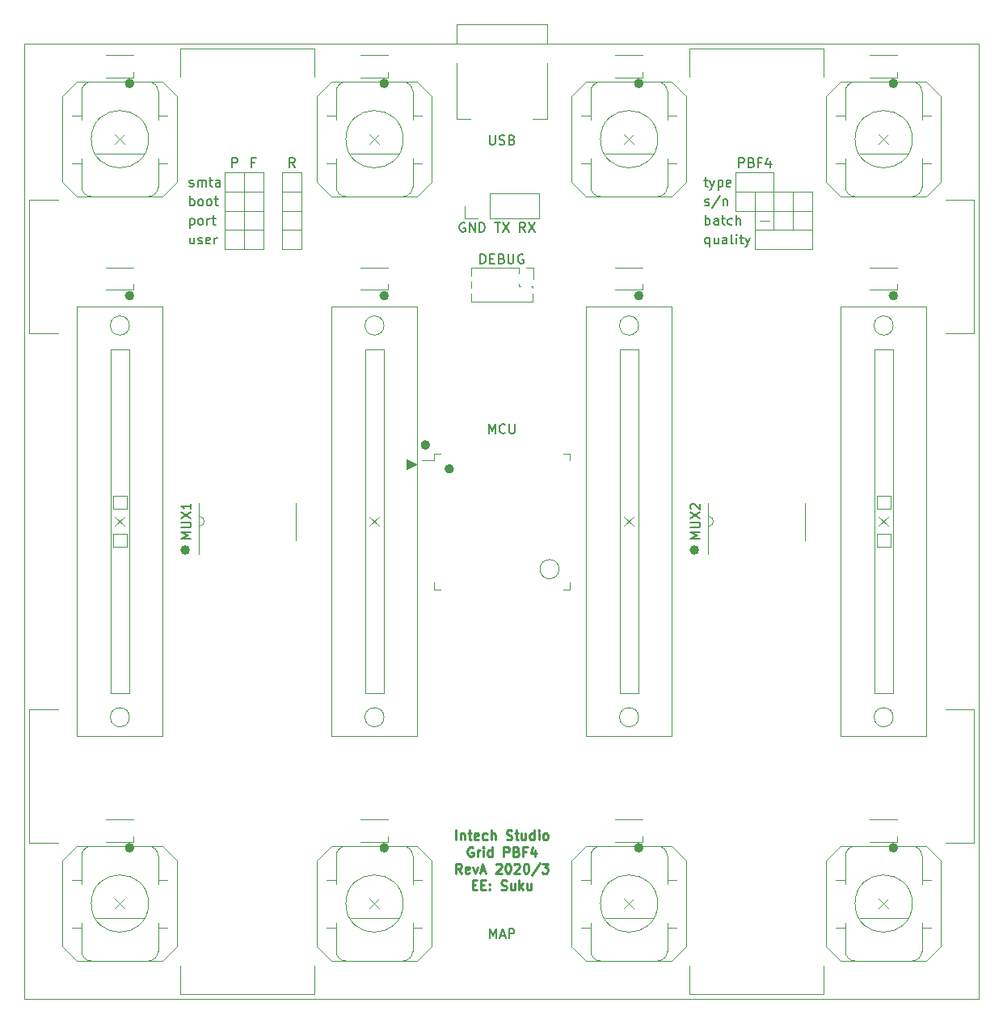
<source format=gbr>
G04 #@! TF.GenerationSoftware,KiCad,Pcbnew,(5.1.5)-3*
G04 #@! TF.CreationDate,2020-04-06T16:28:19+02:00*
G04 #@! TF.ProjectId,PBF4,50424634-2e6b-4696-9361-645f70636258,rev?*
G04 #@! TF.SameCoordinates,Original*
G04 #@! TF.FileFunction,Legend,Top*
G04 #@! TF.FilePolarity,Positive*
%FSLAX46Y46*%
G04 Gerber Fmt 4.6, Leading zero omitted, Abs format (unit mm)*
G04 Created by KiCad (PCBNEW (5.1.5)-3) date 2020-04-06 16:28:19*
%MOMM*%
%LPD*%
G04 APERTURE LIST*
%ADD10C,0.120000*%
%ADD11C,0.150000*%
%ADD12C,0.250000*%
%ADD13C,0.500000*%
%ADD14C,0.100000*%
G04 APERTURE END LIST*
D10*
X77000000Y-71500000D02*
X79000000Y-71500000D01*
X79000000Y-69500000D02*
X77000000Y-69500000D01*
X77000000Y-69500000D02*
X77000000Y-71500000D01*
X79000000Y-71500000D02*
X79000000Y-69500000D01*
X77000000Y-69500000D02*
X79000000Y-69500000D01*
X79000000Y-67500000D02*
X77000000Y-67500000D01*
X77000000Y-67500000D02*
X77000000Y-69500000D01*
X79000000Y-69500000D02*
X79000000Y-67500000D01*
X77000000Y-67500000D02*
X79000000Y-67500000D01*
X79000000Y-65500000D02*
X77000000Y-65500000D01*
X77000000Y-65500000D02*
X77000000Y-67500000D01*
X79000000Y-67500000D02*
X79000000Y-65500000D01*
X126500000Y-71500000D02*
X126500000Y-69500000D01*
X126500000Y-69500000D02*
X130500000Y-69500000D01*
X132500000Y-69500000D02*
X132500000Y-71500000D01*
X128500000Y-71500000D02*
X126500000Y-71500000D01*
X132500000Y-71500000D02*
X128500000Y-71500000D01*
X130500000Y-71500000D02*
X128500000Y-71500000D01*
X128500000Y-71500000D02*
X126500000Y-71500000D01*
D11*
X121764166Y-70285714D02*
X121764166Y-71285714D01*
X121764166Y-70904761D02*
X121668928Y-70952380D01*
X121478452Y-70952380D01*
X121383214Y-70904761D01*
X121335595Y-70857142D01*
X121287976Y-70761904D01*
X121287976Y-70476190D01*
X121335595Y-70380952D01*
X121383214Y-70333333D01*
X121478452Y-70285714D01*
X121668928Y-70285714D01*
X121764166Y-70333333D01*
X122668928Y-70285714D02*
X122668928Y-70952380D01*
X122240357Y-70285714D02*
X122240357Y-70809523D01*
X122287976Y-70904761D01*
X122383214Y-70952380D01*
X122526071Y-70952380D01*
X122621309Y-70904761D01*
X122668928Y-70857142D01*
X123573690Y-70952380D02*
X123573690Y-70428571D01*
X123526071Y-70333333D01*
X123430833Y-70285714D01*
X123240357Y-70285714D01*
X123145119Y-70333333D01*
X123573690Y-70904761D02*
X123478452Y-70952380D01*
X123240357Y-70952380D01*
X123145119Y-70904761D01*
X123097500Y-70809523D01*
X123097500Y-70714285D01*
X123145119Y-70619047D01*
X123240357Y-70571428D01*
X123478452Y-70571428D01*
X123573690Y-70523809D01*
X124192738Y-70952380D02*
X124097500Y-70904761D01*
X124049880Y-70809523D01*
X124049880Y-69952380D01*
X124573690Y-70952380D02*
X124573690Y-70285714D01*
X124573690Y-69952380D02*
X124526071Y-70000000D01*
X124573690Y-70047619D01*
X124621309Y-70000000D01*
X124573690Y-69952380D01*
X124573690Y-70047619D01*
X124907023Y-70285714D02*
X125287976Y-70285714D01*
X125049880Y-69952380D02*
X125049880Y-70809523D01*
X125097500Y-70904761D01*
X125192738Y-70952380D01*
X125287976Y-70952380D01*
X125526071Y-70285714D02*
X125764166Y-70952380D01*
X126002261Y-70285714D02*
X125764166Y-70952380D01*
X125668928Y-71190476D01*
X125621309Y-71238095D01*
X125526071Y-71285714D01*
D10*
X126500000Y-65500000D02*
X124500000Y-65500000D01*
X128500000Y-65500000D02*
X126500000Y-65500000D01*
X126500000Y-67500000D02*
X126500000Y-65500000D01*
X124500000Y-67500000D02*
X126500000Y-67500000D01*
X124500000Y-65500000D02*
X124500000Y-67500000D01*
X126500000Y-65500000D02*
X126500000Y-67500000D01*
X130500000Y-67500000D02*
X130500000Y-69500000D01*
X126500000Y-67500000D02*
X128500000Y-67500000D01*
X128500000Y-67500000D02*
X128500000Y-65500000D01*
X130500000Y-65500000D02*
X128500000Y-65500000D01*
X128500000Y-65500000D02*
X128500000Y-67500000D01*
X128500000Y-67500000D02*
X130500000Y-67500000D01*
X130500000Y-67500000D02*
X130500000Y-65500000D01*
X130500000Y-67500000D02*
X128500000Y-67500000D01*
X126500000Y-67500000D02*
X124500000Y-67500000D01*
X130500000Y-69500000D02*
X132500000Y-69500000D01*
X132500000Y-69500000D02*
X132500000Y-67500000D01*
X128500000Y-67500000D02*
X126500000Y-67500000D01*
X132500000Y-69500000D02*
X130500000Y-69500000D01*
X132500000Y-67500000D02*
X132500000Y-69500000D01*
X132500000Y-65500000D02*
X130500000Y-65500000D01*
X130500000Y-67500000D02*
X130500000Y-65500000D01*
X132500000Y-67500000D02*
X130500000Y-67500000D01*
X132500000Y-67500000D02*
X132500000Y-65500000D01*
X130500000Y-65500000D02*
X130500000Y-67500000D01*
X130500000Y-65500000D02*
X132500000Y-65500000D01*
X130500000Y-67500000D02*
X132500000Y-67500000D01*
X126500000Y-67500000D02*
X126500000Y-69500000D01*
X126500000Y-69500000D02*
X128500000Y-69500000D01*
X130500000Y-67500000D02*
X130500000Y-69500000D01*
X130500000Y-69500000D02*
X128500000Y-69500000D01*
X128500000Y-69500000D02*
X128500000Y-67500000D01*
X128500000Y-67500000D02*
X128500000Y-69500000D01*
X128500000Y-69500000D02*
X126500000Y-69500000D01*
X127000000Y-68500000D02*
X128000000Y-68500000D01*
X130500000Y-69500000D02*
X130500000Y-67500000D01*
X128500000Y-67500000D02*
X128500000Y-69500000D01*
X128500000Y-69500000D02*
X130500000Y-69500000D01*
X128500000Y-65500000D02*
X126500000Y-65500000D01*
X126500000Y-65500000D02*
X124500000Y-65500000D01*
X128500000Y-63500000D02*
X128500000Y-65500000D01*
X124500000Y-63500000D02*
X128500000Y-63500000D01*
X124500000Y-65500000D02*
X124500000Y-63500000D01*
D11*
X121335595Y-68952380D02*
X121335595Y-67952380D01*
X121335595Y-68333333D02*
X121430833Y-68285714D01*
X121621309Y-68285714D01*
X121716547Y-68333333D01*
X121764166Y-68380952D01*
X121811785Y-68476190D01*
X121811785Y-68761904D01*
X121764166Y-68857142D01*
X121716547Y-68904761D01*
X121621309Y-68952380D01*
X121430833Y-68952380D01*
X121335595Y-68904761D01*
X122668928Y-68952380D02*
X122668928Y-68428571D01*
X122621309Y-68333333D01*
X122526071Y-68285714D01*
X122335595Y-68285714D01*
X122240357Y-68333333D01*
X122668928Y-68904761D02*
X122573690Y-68952380D01*
X122335595Y-68952380D01*
X122240357Y-68904761D01*
X122192738Y-68809523D01*
X122192738Y-68714285D01*
X122240357Y-68619047D01*
X122335595Y-68571428D01*
X122573690Y-68571428D01*
X122668928Y-68523809D01*
X123002261Y-68285714D02*
X123383214Y-68285714D01*
X123145119Y-67952380D02*
X123145119Y-68809523D01*
X123192738Y-68904761D01*
X123287976Y-68952380D01*
X123383214Y-68952380D01*
X124145119Y-68904761D02*
X124049880Y-68952380D01*
X123859404Y-68952380D01*
X123764166Y-68904761D01*
X123716547Y-68857142D01*
X123668928Y-68761904D01*
X123668928Y-68476190D01*
X123716547Y-68380952D01*
X123764166Y-68333333D01*
X123859404Y-68285714D01*
X124049880Y-68285714D01*
X124145119Y-68333333D01*
X124573690Y-68952380D02*
X124573690Y-67952380D01*
X125002261Y-68952380D02*
X125002261Y-68428571D01*
X124954642Y-68333333D01*
X124859404Y-68285714D01*
X124716547Y-68285714D01*
X124621309Y-68333333D01*
X124573690Y-68380952D01*
X124833333Y-62952380D02*
X124833333Y-61952380D01*
X125214285Y-61952380D01*
X125309523Y-62000000D01*
X125357142Y-62047619D01*
X125404761Y-62142857D01*
X125404761Y-62285714D01*
X125357142Y-62380952D01*
X125309523Y-62428571D01*
X125214285Y-62476190D01*
X124833333Y-62476190D01*
X126166666Y-62428571D02*
X126309523Y-62476190D01*
X126357142Y-62523809D01*
X126404761Y-62619047D01*
X126404761Y-62761904D01*
X126357142Y-62857142D01*
X126309523Y-62904761D01*
X126214285Y-62952380D01*
X125833333Y-62952380D01*
X125833333Y-61952380D01*
X126166666Y-61952380D01*
X126261904Y-62000000D01*
X126309523Y-62047619D01*
X126357142Y-62142857D01*
X126357142Y-62238095D01*
X126309523Y-62333333D01*
X126261904Y-62380952D01*
X126166666Y-62428571D01*
X125833333Y-62428571D01*
X127166666Y-62428571D02*
X126833333Y-62428571D01*
X126833333Y-62952380D02*
X126833333Y-61952380D01*
X127309523Y-61952380D01*
X128119047Y-62285714D02*
X128119047Y-62952380D01*
X127880952Y-61904761D02*
X127642857Y-62619047D01*
X128261904Y-62619047D01*
X121192738Y-64285714D02*
X121573690Y-64285714D01*
X121335595Y-63952380D02*
X121335595Y-64809523D01*
X121383214Y-64904761D01*
X121478452Y-64952380D01*
X121573690Y-64952380D01*
X121811785Y-64285714D02*
X122049880Y-64952380D01*
X122287976Y-64285714D02*
X122049880Y-64952380D01*
X121954642Y-65190476D01*
X121907023Y-65238095D01*
X121811785Y-65285714D01*
X122668928Y-64285714D02*
X122668928Y-65285714D01*
X122668928Y-64333333D02*
X122764166Y-64285714D01*
X122954642Y-64285714D01*
X123049880Y-64333333D01*
X123097500Y-64380952D01*
X123145119Y-64476190D01*
X123145119Y-64761904D01*
X123097500Y-64857142D01*
X123049880Y-64904761D01*
X122954642Y-64952380D01*
X122764166Y-64952380D01*
X122668928Y-64904761D01*
X123954642Y-64904761D02*
X123859404Y-64952380D01*
X123668928Y-64952380D01*
X123573690Y-64904761D01*
X123526071Y-64809523D01*
X123526071Y-64428571D01*
X123573690Y-64333333D01*
X123668928Y-64285714D01*
X123859404Y-64285714D01*
X123954642Y-64333333D01*
X124002261Y-64428571D01*
X124002261Y-64523809D01*
X123526071Y-64619047D01*
X121287976Y-66904761D02*
X121383214Y-66952380D01*
X121573690Y-66952380D01*
X121668928Y-66904761D01*
X121716547Y-66809523D01*
X121716547Y-66761904D01*
X121668928Y-66666666D01*
X121573690Y-66619047D01*
X121430833Y-66619047D01*
X121335595Y-66571428D01*
X121287976Y-66476190D01*
X121287976Y-66428571D01*
X121335595Y-66333333D01*
X121430833Y-66285714D01*
X121573690Y-66285714D01*
X121668928Y-66333333D01*
X122859404Y-65904761D02*
X122002261Y-67190476D01*
X123192738Y-66285714D02*
X123192738Y-66952380D01*
X123192738Y-66380952D02*
X123240357Y-66333333D01*
X123335595Y-66285714D01*
X123478452Y-66285714D01*
X123573690Y-66333333D01*
X123621309Y-66428571D01*
X123621309Y-66952380D01*
X67335595Y-66952380D02*
X67335595Y-65952380D01*
X67335595Y-66333333D02*
X67430833Y-66285714D01*
X67621309Y-66285714D01*
X67716547Y-66333333D01*
X67764166Y-66380952D01*
X67811785Y-66476190D01*
X67811785Y-66761904D01*
X67764166Y-66857142D01*
X67716547Y-66904761D01*
X67621309Y-66952380D01*
X67430833Y-66952380D01*
X67335595Y-66904761D01*
X68383214Y-66952380D02*
X68287976Y-66904761D01*
X68240357Y-66857142D01*
X68192738Y-66761904D01*
X68192738Y-66476190D01*
X68240357Y-66380952D01*
X68287976Y-66333333D01*
X68383214Y-66285714D01*
X68526071Y-66285714D01*
X68621309Y-66333333D01*
X68668928Y-66380952D01*
X68716547Y-66476190D01*
X68716547Y-66761904D01*
X68668928Y-66857142D01*
X68621309Y-66904761D01*
X68526071Y-66952380D01*
X68383214Y-66952380D01*
X69287976Y-66952380D02*
X69192738Y-66904761D01*
X69145119Y-66857142D01*
X69097500Y-66761904D01*
X69097500Y-66476190D01*
X69145119Y-66380952D01*
X69192738Y-66333333D01*
X69287976Y-66285714D01*
X69430833Y-66285714D01*
X69526071Y-66333333D01*
X69573690Y-66380952D01*
X69621309Y-66476190D01*
X69621309Y-66761904D01*
X69573690Y-66857142D01*
X69526071Y-66904761D01*
X69430833Y-66952380D01*
X69287976Y-66952380D01*
X69907023Y-66285714D02*
X70287976Y-66285714D01*
X70049880Y-65952380D02*
X70049880Y-66809523D01*
X70097500Y-66904761D01*
X70192738Y-66952380D01*
X70287976Y-66952380D01*
D10*
X71000000Y-65500000D02*
X73000000Y-65500000D01*
X73000000Y-65500000D02*
X75000000Y-65500000D01*
X77000000Y-65500000D02*
X79000000Y-65500000D01*
X75000000Y-65500000D02*
X75000000Y-67500000D01*
X75000000Y-67500000D02*
X75000000Y-65500000D01*
X73000000Y-65500000D02*
X71000000Y-65500000D01*
X71000000Y-65500000D02*
X71000000Y-67500000D01*
X71000000Y-67500000D02*
X73000000Y-67500000D01*
X73000000Y-67500000D02*
X73000000Y-65500000D01*
X75000000Y-65500000D02*
X73000000Y-65500000D01*
X73000000Y-67500000D02*
X71000000Y-67500000D01*
X75000000Y-67500000D02*
X73000000Y-67500000D01*
X73000000Y-67500000D02*
X75000000Y-67500000D01*
X73000000Y-65500000D02*
X73000000Y-67500000D01*
X75000000Y-71500000D02*
X73000000Y-71500000D01*
X73000000Y-71500000D02*
X71000000Y-71500000D01*
X75000000Y-69500000D02*
X73000000Y-69500000D01*
X73000000Y-71500000D02*
X73000000Y-69500000D01*
X71000000Y-71500000D02*
X73000000Y-71500000D01*
X71000000Y-69500000D02*
X71000000Y-71500000D01*
X73000000Y-69500000D02*
X71000000Y-69500000D01*
X73000000Y-69500000D02*
X73000000Y-71500000D01*
X73000000Y-71500000D02*
X75000000Y-71500000D01*
X75000000Y-71500000D02*
X75000000Y-69500000D01*
X75000000Y-69500000D02*
X75000000Y-71500000D01*
X75000000Y-67500000D02*
X73000000Y-67500000D01*
X73000000Y-69500000D02*
X73000000Y-67500000D01*
X71000000Y-69500000D02*
X73000000Y-69500000D01*
X71000000Y-67500000D02*
X71000000Y-69500000D01*
X73000000Y-67500000D02*
X71000000Y-67500000D01*
X73000000Y-67500000D02*
X73000000Y-69500000D01*
X73000000Y-69500000D02*
X75000000Y-69500000D01*
X75000000Y-69500000D02*
X75000000Y-67500000D01*
X75000000Y-67500000D02*
X75000000Y-69500000D01*
X79000000Y-65500000D02*
X79000000Y-63500000D01*
X77000000Y-63500000D02*
X77000000Y-65500000D01*
X79000000Y-63500000D02*
X77000000Y-63500000D01*
X75000000Y-65500000D02*
X75000000Y-63500000D01*
X73000000Y-67500000D02*
X75000000Y-67500000D01*
X73000000Y-63500000D02*
X73000000Y-65500000D01*
X75000000Y-63500000D02*
X73000000Y-63500000D01*
X73000000Y-63500000D02*
X71000000Y-63500000D01*
X73000000Y-65500000D02*
X73000000Y-63500000D01*
X71000000Y-67500000D02*
X73000000Y-67500000D01*
X71000000Y-63500000D02*
X71000000Y-65500000D01*
D11*
X71738095Y-62952380D02*
X71738095Y-61952380D01*
X72119047Y-61952380D01*
X72214285Y-62000000D01*
X72261904Y-62047619D01*
X72309523Y-62142857D01*
X72309523Y-62285714D01*
X72261904Y-62380952D01*
X72214285Y-62428571D01*
X72119047Y-62476190D01*
X71738095Y-62476190D01*
X78309523Y-62952380D02*
X77976190Y-62476190D01*
X77738095Y-62952380D02*
X77738095Y-61952380D01*
X78119047Y-61952380D01*
X78214285Y-62000000D01*
X78261904Y-62047619D01*
X78309523Y-62142857D01*
X78309523Y-62285714D01*
X78261904Y-62380952D01*
X78214285Y-62428571D01*
X78119047Y-62476190D01*
X77738095Y-62476190D01*
X74142857Y-62428571D02*
X73809523Y-62428571D01*
X73809523Y-62952380D02*
X73809523Y-61952380D01*
X74285714Y-61952380D01*
X67335595Y-68285714D02*
X67335595Y-69285714D01*
X67335595Y-68333333D02*
X67430833Y-68285714D01*
X67621309Y-68285714D01*
X67716547Y-68333333D01*
X67764166Y-68380952D01*
X67811785Y-68476190D01*
X67811785Y-68761904D01*
X67764166Y-68857142D01*
X67716547Y-68904761D01*
X67621309Y-68952380D01*
X67430833Y-68952380D01*
X67335595Y-68904761D01*
X68383214Y-68952380D02*
X68287976Y-68904761D01*
X68240357Y-68857142D01*
X68192738Y-68761904D01*
X68192738Y-68476190D01*
X68240357Y-68380952D01*
X68287976Y-68333333D01*
X68383214Y-68285714D01*
X68526071Y-68285714D01*
X68621309Y-68333333D01*
X68668928Y-68380952D01*
X68716547Y-68476190D01*
X68716547Y-68761904D01*
X68668928Y-68857142D01*
X68621309Y-68904761D01*
X68526071Y-68952380D01*
X68383214Y-68952380D01*
X69145119Y-68952380D02*
X69145119Y-68285714D01*
X69145119Y-68476190D02*
X69192738Y-68380952D01*
X69240357Y-68333333D01*
X69335595Y-68285714D01*
X69430833Y-68285714D01*
X69621309Y-68285714D02*
X70002261Y-68285714D01*
X69764166Y-67952380D02*
X69764166Y-68809523D01*
X69811785Y-68904761D01*
X69907023Y-68952380D01*
X70002261Y-68952380D01*
X67764166Y-70285714D02*
X67764166Y-70952380D01*
X67335595Y-70285714D02*
X67335595Y-70809523D01*
X67383214Y-70904761D01*
X67478452Y-70952380D01*
X67621309Y-70952380D01*
X67716547Y-70904761D01*
X67764166Y-70857142D01*
X68192738Y-70904761D02*
X68287976Y-70952380D01*
X68478452Y-70952380D01*
X68573690Y-70904761D01*
X68621309Y-70809523D01*
X68621309Y-70761904D01*
X68573690Y-70666666D01*
X68478452Y-70619047D01*
X68335595Y-70619047D01*
X68240357Y-70571428D01*
X68192738Y-70476190D01*
X68192738Y-70428571D01*
X68240357Y-70333333D01*
X68335595Y-70285714D01*
X68478452Y-70285714D01*
X68573690Y-70333333D01*
X69430833Y-70904761D02*
X69335595Y-70952380D01*
X69145119Y-70952380D01*
X69049880Y-70904761D01*
X69002261Y-70809523D01*
X69002261Y-70428571D01*
X69049880Y-70333333D01*
X69145119Y-70285714D01*
X69335595Y-70285714D01*
X69430833Y-70333333D01*
X69478452Y-70428571D01*
X69478452Y-70523809D01*
X69002261Y-70619047D01*
X69907023Y-70952380D02*
X69907023Y-70285714D01*
X69907023Y-70476190D02*
X69954642Y-70380952D01*
X70002261Y-70333333D01*
X70097500Y-70285714D01*
X70192738Y-70285714D01*
X67287976Y-64904761D02*
X67383214Y-64952380D01*
X67573690Y-64952380D01*
X67668928Y-64904761D01*
X67716547Y-64809523D01*
X67716547Y-64761904D01*
X67668928Y-64666666D01*
X67573690Y-64619047D01*
X67430833Y-64619047D01*
X67335595Y-64571428D01*
X67287976Y-64476190D01*
X67287976Y-64428571D01*
X67335595Y-64333333D01*
X67430833Y-64285714D01*
X67573690Y-64285714D01*
X67668928Y-64333333D01*
X68145119Y-64952380D02*
X68145119Y-64285714D01*
X68145119Y-64380952D02*
X68192738Y-64333333D01*
X68287976Y-64285714D01*
X68430833Y-64285714D01*
X68526071Y-64333333D01*
X68573690Y-64428571D01*
X68573690Y-64952380D01*
X68573690Y-64428571D02*
X68621309Y-64333333D01*
X68716547Y-64285714D01*
X68859404Y-64285714D01*
X68954642Y-64333333D01*
X69002261Y-64428571D01*
X69002261Y-64952380D01*
X69335595Y-64285714D02*
X69716547Y-64285714D01*
X69478452Y-63952380D02*
X69478452Y-64809523D01*
X69526071Y-64904761D01*
X69621309Y-64952380D01*
X69716547Y-64952380D01*
X70478452Y-64952380D02*
X70478452Y-64428571D01*
X70430833Y-64333333D01*
X70335595Y-64285714D01*
X70145119Y-64285714D01*
X70049880Y-64333333D01*
X70478452Y-64904761D02*
X70383214Y-64952380D01*
X70145119Y-64952380D01*
X70049880Y-64904761D01*
X70002261Y-64809523D01*
X70002261Y-64714285D01*
X70049880Y-64619047D01*
X70145119Y-64571428D01*
X70383214Y-64571428D01*
X70478452Y-64523809D01*
X98738095Y-59574380D02*
X98738095Y-60383904D01*
X98785714Y-60479142D01*
X98833333Y-60526761D01*
X98928571Y-60574380D01*
X99119047Y-60574380D01*
X99214285Y-60526761D01*
X99261904Y-60479142D01*
X99309523Y-60383904D01*
X99309523Y-59574380D01*
X99738095Y-60526761D02*
X99880952Y-60574380D01*
X100119047Y-60574380D01*
X100214285Y-60526761D01*
X100261904Y-60479142D01*
X100309523Y-60383904D01*
X100309523Y-60288666D01*
X100261904Y-60193428D01*
X100214285Y-60145809D01*
X100119047Y-60098190D01*
X99928571Y-60050571D01*
X99833333Y-60002952D01*
X99785714Y-59955333D01*
X99738095Y-59860095D01*
X99738095Y-59764857D01*
X99785714Y-59669619D01*
X99833333Y-59622000D01*
X99928571Y-59574380D01*
X100166666Y-59574380D01*
X100309523Y-59622000D01*
X101071428Y-60050571D02*
X101214285Y-60098190D01*
X101261904Y-60145809D01*
X101309523Y-60241047D01*
X101309523Y-60383904D01*
X101261904Y-60479142D01*
X101214285Y-60526761D01*
X101119047Y-60574380D01*
X100738095Y-60574380D01*
X100738095Y-59574380D01*
X101071428Y-59574380D01*
X101166666Y-59622000D01*
X101214285Y-59669619D01*
X101261904Y-59764857D01*
X101261904Y-59860095D01*
X101214285Y-59955333D01*
X101166666Y-60002952D01*
X101071428Y-60050571D01*
X100738095Y-60050571D01*
X96134857Y-68766000D02*
X96039619Y-68718380D01*
X95896761Y-68718380D01*
X95753904Y-68766000D01*
X95658666Y-68861238D01*
X95611047Y-68956476D01*
X95563428Y-69146952D01*
X95563428Y-69289809D01*
X95611047Y-69480285D01*
X95658666Y-69575523D01*
X95753904Y-69670761D01*
X95896761Y-69718380D01*
X95992000Y-69718380D01*
X96134857Y-69670761D01*
X96182476Y-69623142D01*
X96182476Y-69289809D01*
X95992000Y-69289809D01*
X96611047Y-69718380D02*
X96611047Y-68718380D01*
X97182476Y-69718380D01*
X97182476Y-68718380D01*
X97658666Y-69718380D02*
X97658666Y-68718380D01*
X97896761Y-68718380D01*
X98039619Y-68766000D01*
X98134857Y-68861238D01*
X98182476Y-68956476D01*
X98230095Y-69146952D01*
X98230095Y-69289809D01*
X98182476Y-69480285D01*
X98134857Y-69575523D01*
X98039619Y-69670761D01*
X97896761Y-69718380D01*
X97658666Y-69718380D01*
X99277714Y-68718380D02*
X99849142Y-68718380D01*
X99563428Y-69718380D02*
X99563428Y-68718380D01*
X100087238Y-68718380D02*
X100753904Y-69718380D01*
X100753904Y-68718380D02*
X100087238Y-69718380D01*
X102468190Y-69718380D02*
X102134857Y-69242190D01*
X101896761Y-69718380D02*
X101896761Y-68718380D01*
X102277714Y-68718380D01*
X102372952Y-68766000D01*
X102420571Y-68813619D01*
X102468190Y-68908857D01*
X102468190Y-69051714D01*
X102420571Y-69146952D01*
X102372952Y-69194571D01*
X102277714Y-69242190D01*
X101896761Y-69242190D01*
X102801523Y-68718380D02*
X103468190Y-69718380D01*
X103468190Y-68718380D02*
X102801523Y-69718380D01*
X97761904Y-73020380D02*
X97761904Y-72020380D01*
X98000000Y-72020380D01*
X98142857Y-72068000D01*
X98238095Y-72163238D01*
X98285714Y-72258476D01*
X98333333Y-72448952D01*
X98333333Y-72591809D01*
X98285714Y-72782285D01*
X98238095Y-72877523D01*
X98142857Y-72972761D01*
X98000000Y-73020380D01*
X97761904Y-73020380D01*
X98761904Y-72496571D02*
X99095238Y-72496571D01*
X99238095Y-73020380D02*
X98761904Y-73020380D01*
X98761904Y-72020380D01*
X99238095Y-72020380D01*
X100000000Y-72496571D02*
X100142857Y-72544190D01*
X100190476Y-72591809D01*
X100238095Y-72687047D01*
X100238095Y-72829904D01*
X100190476Y-72925142D01*
X100142857Y-72972761D01*
X100047619Y-73020380D01*
X99666666Y-73020380D01*
X99666666Y-72020380D01*
X100000000Y-72020380D01*
X100095238Y-72068000D01*
X100142857Y-72115619D01*
X100190476Y-72210857D01*
X100190476Y-72306095D01*
X100142857Y-72401333D01*
X100095238Y-72448952D01*
X100000000Y-72496571D01*
X99666666Y-72496571D01*
X100666666Y-72020380D02*
X100666666Y-72829904D01*
X100714285Y-72925142D01*
X100761904Y-72972761D01*
X100857142Y-73020380D01*
X101047619Y-73020380D01*
X101142857Y-72972761D01*
X101190476Y-72925142D01*
X101238095Y-72829904D01*
X101238095Y-72020380D01*
X102238095Y-72068000D02*
X102142857Y-72020380D01*
X102000000Y-72020380D01*
X101857142Y-72068000D01*
X101761904Y-72163238D01*
X101714285Y-72258476D01*
X101666666Y-72448952D01*
X101666666Y-72591809D01*
X101714285Y-72782285D01*
X101761904Y-72877523D01*
X101857142Y-72972761D01*
X102000000Y-73020380D01*
X102095238Y-73020380D01*
X102238095Y-72972761D01*
X102285714Y-72925142D01*
X102285714Y-72591809D01*
X102095238Y-72591809D01*
X98738095Y-143632380D02*
X98738095Y-142632380D01*
X99071428Y-143346666D01*
X99404761Y-142632380D01*
X99404761Y-143632380D01*
X99833333Y-143346666D02*
X100309523Y-143346666D01*
X99738095Y-143632380D02*
X100071428Y-142632380D01*
X100404761Y-143632380D01*
X100738095Y-143632380D02*
X100738095Y-142632380D01*
X101119047Y-142632380D01*
X101214285Y-142680000D01*
X101261904Y-142727619D01*
X101309523Y-142822857D01*
X101309523Y-142965714D01*
X101261904Y-143060952D01*
X101214285Y-143108571D01*
X101119047Y-143156190D01*
X100738095Y-143156190D01*
X98642857Y-90800380D02*
X98642857Y-89800380D01*
X98976190Y-90514666D01*
X99309523Y-89800380D01*
X99309523Y-90800380D01*
X100357142Y-90705142D02*
X100309523Y-90752761D01*
X100166666Y-90800380D01*
X100071428Y-90800380D01*
X99928571Y-90752761D01*
X99833333Y-90657523D01*
X99785714Y-90562285D01*
X99738095Y-90371809D01*
X99738095Y-90228952D01*
X99785714Y-90038476D01*
X99833333Y-89943238D01*
X99928571Y-89848000D01*
X100071428Y-89800380D01*
X100166666Y-89800380D01*
X100309523Y-89848000D01*
X100357142Y-89895619D01*
X100785714Y-89800380D02*
X100785714Y-90609904D01*
X100833333Y-90705142D01*
X100880952Y-90752761D01*
X100976190Y-90800380D01*
X101166666Y-90800380D01*
X101261904Y-90752761D01*
X101309523Y-90705142D01*
X101357142Y-90609904D01*
X101357142Y-89800380D01*
X120772380Y-101809523D02*
X119772380Y-101809523D01*
X120486666Y-101476190D01*
X119772380Y-101142857D01*
X120772380Y-101142857D01*
X119772380Y-100666666D02*
X120581904Y-100666666D01*
X120677142Y-100619047D01*
X120724761Y-100571428D01*
X120772380Y-100476190D01*
X120772380Y-100285714D01*
X120724761Y-100190476D01*
X120677142Y-100142857D01*
X120581904Y-100095238D01*
X119772380Y-100095238D01*
X119772380Y-99714285D02*
X120772380Y-99047619D01*
X119772380Y-99047619D02*
X120772380Y-99714285D01*
X119867619Y-98714285D02*
X119820000Y-98666666D01*
X119772380Y-98571428D01*
X119772380Y-98333333D01*
X119820000Y-98238095D01*
X119867619Y-98190476D01*
X119962857Y-98142857D01*
X120058095Y-98142857D01*
X120200952Y-98190476D01*
X120772380Y-98761904D01*
X120772380Y-98142857D01*
X67432380Y-101809523D02*
X66432380Y-101809523D01*
X67146666Y-101476190D01*
X66432380Y-101142857D01*
X67432380Y-101142857D01*
X66432380Y-100666666D02*
X67241904Y-100666666D01*
X67337142Y-100619047D01*
X67384761Y-100571428D01*
X67432380Y-100476190D01*
X67432380Y-100285714D01*
X67384761Y-100190476D01*
X67337142Y-100142857D01*
X67241904Y-100095238D01*
X66432380Y-100095238D01*
X66432380Y-99714285D02*
X67432380Y-99047619D01*
X66432380Y-99047619D02*
X67432380Y-99714285D01*
X67432380Y-98142857D02*
X67432380Y-98714285D01*
X67432380Y-98428571D02*
X66432380Y-98428571D01*
X66575238Y-98523809D01*
X66670476Y-98619047D01*
X66718095Y-98714285D01*
D12*
X95214285Y-133327380D02*
X95214285Y-132327380D01*
X95690476Y-132660714D02*
X95690476Y-133327380D01*
X95690476Y-132755952D02*
X95738095Y-132708333D01*
X95833333Y-132660714D01*
X95976190Y-132660714D01*
X96071428Y-132708333D01*
X96119047Y-132803571D01*
X96119047Y-133327380D01*
X96452380Y-132660714D02*
X96833333Y-132660714D01*
X96595238Y-132327380D02*
X96595238Y-133184523D01*
X96642857Y-133279761D01*
X96738095Y-133327380D01*
X96833333Y-133327380D01*
X97547619Y-133279761D02*
X97452380Y-133327380D01*
X97261904Y-133327380D01*
X97166666Y-133279761D01*
X97119047Y-133184523D01*
X97119047Y-132803571D01*
X97166666Y-132708333D01*
X97261904Y-132660714D01*
X97452380Y-132660714D01*
X97547619Y-132708333D01*
X97595238Y-132803571D01*
X97595238Y-132898809D01*
X97119047Y-132994047D01*
X98452380Y-133279761D02*
X98357142Y-133327380D01*
X98166666Y-133327380D01*
X98071428Y-133279761D01*
X98023809Y-133232142D01*
X97976190Y-133136904D01*
X97976190Y-132851190D01*
X98023809Y-132755952D01*
X98071428Y-132708333D01*
X98166666Y-132660714D01*
X98357142Y-132660714D01*
X98452380Y-132708333D01*
X98880952Y-133327380D02*
X98880952Y-132327380D01*
X99309523Y-133327380D02*
X99309523Y-132803571D01*
X99261904Y-132708333D01*
X99166666Y-132660714D01*
X99023809Y-132660714D01*
X98928571Y-132708333D01*
X98880952Y-132755952D01*
X100500000Y-133279761D02*
X100642857Y-133327380D01*
X100880952Y-133327380D01*
X100976190Y-133279761D01*
X101023809Y-133232142D01*
X101071428Y-133136904D01*
X101071428Y-133041666D01*
X101023809Y-132946428D01*
X100976190Y-132898809D01*
X100880952Y-132851190D01*
X100690476Y-132803571D01*
X100595238Y-132755952D01*
X100547619Y-132708333D01*
X100500000Y-132613095D01*
X100500000Y-132517857D01*
X100547619Y-132422619D01*
X100595238Y-132375000D01*
X100690476Y-132327380D01*
X100928571Y-132327380D01*
X101071428Y-132375000D01*
X101357142Y-132660714D02*
X101738095Y-132660714D01*
X101500000Y-132327380D02*
X101500000Y-133184523D01*
X101547619Y-133279761D01*
X101642857Y-133327380D01*
X101738095Y-133327380D01*
X102500000Y-132660714D02*
X102500000Y-133327380D01*
X102071428Y-132660714D02*
X102071428Y-133184523D01*
X102119047Y-133279761D01*
X102214285Y-133327380D01*
X102357142Y-133327380D01*
X102452380Y-133279761D01*
X102500000Y-133232142D01*
X103404761Y-133327380D02*
X103404761Y-132327380D01*
X103404761Y-133279761D02*
X103309523Y-133327380D01*
X103119047Y-133327380D01*
X103023809Y-133279761D01*
X102976190Y-133232142D01*
X102928571Y-133136904D01*
X102928571Y-132851190D01*
X102976190Y-132755952D01*
X103023809Y-132708333D01*
X103119047Y-132660714D01*
X103309523Y-132660714D01*
X103404761Y-132708333D01*
X103880952Y-133327380D02*
X103880952Y-132660714D01*
X103880952Y-132327380D02*
X103833333Y-132375000D01*
X103880952Y-132422619D01*
X103928571Y-132375000D01*
X103880952Y-132327380D01*
X103880952Y-132422619D01*
X104500000Y-133327380D02*
X104404761Y-133279761D01*
X104357142Y-133232142D01*
X104309523Y-133136904D01*
X104309523Y-132851190D01*
X104357142Y-132755952D01*
X104404761Y-132708333D01*
X104500000Y-132660714D01*
X104642857Y-132660714D01*
X104738095Y-132708333D01*
X104785714Y-132755952D01*
X104833333Y-132851190D01*
X104833333Y-133136904D01*
X104785714Y-133232142D01*
X104738095Y-133279761D01*
X104642857Y-133327380D01*
X104500000Y-133327380D01*
X96976190Y-134125000D02*
X96880952Y-134077380D01*
X96738095Y-134077380D01*
X96595238Y-134125000D01*
X96500000Y-134220238D01*
X96452380Y-134315476D01*
X96404761Y-134505952D01*
X96404761Y-134648809D01*
X96452380Y-134839285D01*
X96500000Y-134934523D01*
X96595238Y-135029761D01*
X96738095Y-135077380D01*
X96833333Y-135077380D01*
X96976190Y-135029761D01*
X97023809Y-134982142D01*
X97023809Y-134648809D01*
X96833333Y-134648809D01*
X97452380Y-135077380D02*
X97452380Y-134410714D01*
X97452380Y-134601190D02*
X97500000Y-134505952D01*
X97547619Y-134458333D01*
X97642857Y-134410714D01*
X97738095Y-134410714D01*
X98071428Y-135077380D02*
X98071428Y-134410714D01*
X98071428Y-134077380D02*
X98023809Y-134125000D01*
X98071428Y-134172619D01*
X98119047Y-134125000D01*
X98071428Y-134077380D01*
X98071428Y-134172619D01*
X98976190Y-135077380D02*
X98976190Y-134077380D01*
X98976190Y-135029761D02*
X98880952Y-135077380D01*
X98690476Y-135077380D01*
X98595238Y-135029761D01*
X98547619Y-134982142D01*
X98500000Y-134886904D01*
X98500000Y-134601190D01*
X98547619Y-134505952D01*
X98595238Y-134458333D01*
X98690476Y-134410714D01*
X98880952Y-134410714D01*
X98976190Y-134458333D01*
X100214285Y-135077380D02*
X100214285Y-134077380D01*
X100595238Y-134077380D01*
X100690476Y-134125000D01*
X100738095Y-134172619D01*
X100785714Y-134267857D01*
X100785714Y-134410714D01*
X100738095Y-134505952D01*
X100690476Y-134553571D01*
X100595238Y-134601190D01*
X100214285Y-134601190D01*
X101547619Y-134553571D02*
X101690476Y-134601190D01*
X101738095Y-134648809D01*
X101785714Y-134744047D01*
X101785714Y-134886904D01*
X101738095Y-134982142D01*
X101690476Y-135029761D01*
X101595238Y-135077380D01*
X101214285Y-135077380D01*
X101214285Y-134077380D01*
X101547619Y-134077380D01*
X101642857Y-134125000D01*
X101690476Y-134172619D01*
X101738095Y-134267857D01*
X101738095Y-134363095D01*
X101690476Y-134458333D01*
X101642857Y-134505952D01*
X101547619Y-134553571D01*
X101214285Y-134553571D01*
X102547619Y-134553571D02*
X102214285Y-134553571D01*
X102214285Y-135077380D02*
X102214285Y-134077380D01*
X102690476Y-134077380D01*
X103500000Y-134410714D02*
X103500000Y-135077380D01*
X103261904Y-134029761D02*
X103023809Y-134744047D01*
X103642857Y-134744047D01*
X95785714Y-136827380D02*
X95452380Y-136351190D01*
X95214285Y-136827380D02*
X95214285Y-135827380D01*
X95595238Y-135827380D01*
X95690476Y-135875000D01*
X95738095Y-135922619D01*
X95785714Y-136017857D01*
X95785714Y-136160714D01*
X95738095Y-136255952D01*
X95690476Y-136303571D01*
X95595238Y-136351190D01*
X95214285Y-136351190D01*
X96595238Y-136779761D02*
X96500000Y-136827380D01*
X96309523Y-136827380D01*
X96214285Y-136779761D01*
X96166666Y-136684523D01*
X96166666Y-136303571D01*
X96214285Y-136208333D01*
X96309523Y-136160714D01*
X96500000Y-136160714D01*
X96595238Y-136208333D01*
X96642857Y-136303571D01*
X96642857Y-136398809D01*
X96166666Y-136494047D01*
X96976190Y-136160714D02*
X97214285Y-136827380D01*
X97452380Y-136160714D01*
X97785714Y-136541666D02*
X98261904Y-136541666D01*
X97690476Y-136827380D02*
X98023809Y-135827380D01*
X98357142Y-136827380D01*
X99404761Y-135922619D02*
X99452380Y-135875000D01*
X99547619Y-135827380D01*
X99785714Y-135827380D01*
X99880952Y-135875000D01*
X99928571Y-135922619D01*
X99976190Y-136017857D01*
X99976190Y-136113095D01*
X99928571Y-136255952D01*
X99357142Y-136827380D01*
X99976190Y-136827380D01*
X100595238Y-135827380D02*
X100690476Y-135827380D01*
X100785714Y-135875000D01*
X100833333Y-135922619D01*
X100880952Y-136017857D01*
X100928571Y-136208333D01*
X100928571Y-136446428D01*
X100880952Y-136636904D01*
X100833333Y-136732142D01*
X100785714Y-136779761D01*
X100690476Y-136827380D01*
X100595238Y-136827380D01*
X100500000Y-136779761D01*
X100452380Y-136732142D01*
X100404761Y-136636904D01*
X100357142Y-136446428D01*
X100357142Y-136208333D01*
X100404761Y-136017857D01*
X100452380Y-135922619D01*
X100500000Y-135875000D01*
X100595238Y-135827380D01*
X101309523Y-135922619D02*
X101357142Y-135875000D01*
X101452380Y-135827380D01*
X101690476Y-135827380D01*
X101785714Y-135875000D01*
X101833333Y-135922619D01*
X101880952Y-136017857D01*
X101880952Y-136113095D01*
X101833333Y-136255952D01*
X101261904Y-136827380D01*
X101880952Y-136827380D01*
X102500000Y-135827380D02*
X102595238Y-135827380D01*
X102690476Y-135875000D01*
X102738095Y-135922619D01*
X102785714Y-136017857D01*
X102833333Y-136208333D01*
X102833333Y-136446428D01*
X102785714Y-136636904D01*
X102738095Y-136732142D01*
X102690476Y-136779761D01*
X102595238Y-136827380D01*
X102500000Y-136827380D01*
X102404761Y-136779761D01*
X102357142Y-136732142D01*
X102309523Y-136636904D01*
X102261904Y-136446428D01*
X102261904Y-136208333D01*
X102309523Y-136017857D01*
X102357142Y-135922619D01*
X102404761Y-135875000D01*
X102500000Y-135827380D01*
X103976190Y-135779761D02*
X103119047Y-137065476D01*
X104214285Y-135827380D02*
X104833333Y-135827380D01*
X104500000Y-136208333D01*
X104642857Y-136208333D01*
X104738095Y-136255952D01*
X104785714Y-136303571D01*
X104833333Y-136398809D01*
X104833333Y-136636904D01*
X104785714Y-136732142D01*
X104738095Y-136779761D01*
X104642857Y-136827380D01*
X104357142Y-136827380D01*
X104261904Y-136779761D01*
X104214285Y-136732142D01*
X96928571Y-138053571D02*
X97261904Y-138053571D01*
X97404761Y-138577380D02*
X96928571Y-138577380D01*
X96928571Y-137577380D01*
X97404761Y-137577380D01*
X97833333Y-138053571D02*
X98166666Y-138053571D01*
X98309523Y-138577380D02*
X97833333Y-138577380D01*
X97833333Y-137577380D01*
X98309523Y-137577380D01*
X98738095Y-138482142D02*
X98785714Y-138529761D01*
X98738095Y-138577380D01*
X98690476Y-138529761D01*
X98738095Y-138482142D01*
X98738095Y-138577380D01*
X98738095Y-137958333D02*
X98785714Y-138005952D01*
X98738095Y-138053571D01*
X98690476Y-138005952D01*
X98738095Y-137958333D01*
X98738095Y-138053571D01*
X99928571Y-138529761D02*
X100071428Y-138577380D01*
X100309523Y-138577380D01*
X100404761Y-138529761D01*
X100452380Y-138482142D01*
X100500000Y-138386904D01*
X100500000Y-138291666D01*
X100452380Y-138196428D01*
X100404761Y-138148809D01*
X100309523Y-138101190D01*
X100119047Y-138053571D01*
X100023809Y-138005952D01*
X99976190Y-137958333D01*
X99928571Y-137863095D01*
X99928571Y-137767857D01*
X99976190Y-137672619D01*
X100023809Y-137625000D01*
X100119047Y-137577380D01*
X100357142Y-137577380D01*
X100500000Y-137625000D01*
X101357142Y-137910714D02*
X101357142Y-138577380D01*
X100928571Y-137910714D02*
X100928571Y-138434523D01*
X100976190Y-138529761D01*
X101071428Y-138577380D01*
X101214285Y-138577380D01*
X101309523Y-138529761D01*
X101357142Y-138482142D01*
X101833333Y-138577380D02*
X101833333Y-137577380D01*
X101928571Y-138196428D02*
X102214285Y-138577380D01*
X102214285Y-137910714D02*
X101833333Y-138291666D01*
X103071428Y-137910714D02*
X103071428Y-138577380D01*
X102642857Y-137910714D02*
X102642857Y-138434523D01*
X102690476Y-138529761D01*
X102785714Y-138577380D01*
X102928571Y-138577380D01*
X103023809Y-138529761D01*
X103071428Y-138482142D01*
D10*
X58995000Y-118000000D02*
X58995000Y-82000000D01*
X60995000Y-118000000D02*
X58995000Y-118000000D01*
X60995000Y-82000000D02*
X60995000Y-118000000D01*
X58995000Y-82000000D02*
X60995000Y-82000000D01*
X59495000Y-99500000D02*
X60495000Y-100500000D01*
X59495000Y-100500000D02*
X60495000Y-99500000D01*
X60995000Y-120500000D02*
G75*
G03X60995000Y-120500000I-1000000J0D01*
G01*
X60995000Y-79500000D02*
G75*
G03X60995000Y-79500000I-1000000J0D01*
G01*
X55495000Y-122500000D02*
X55495000Y-77500000D01*
X64495000Y-122500000D02*
X55495000Y-122500000D01*
X64495000Y-77500000D02*
X64495000Y-122500000D01*
X55495000Y-77500000D02*
X64495000Y-77500000D01*
X87165000Y-60495000D02*
X86165000Y-59495000D01*
X87165000Y-59495000D02*
X86165000Y-60495000D01*
X81665000Y-57495000D02*
X82665000Y-57495000D01*
X81665000Y-62495000D02*
X82665000Y-62495000D01*
X91665000Y-57495000D02*
X90665000Y-57495000D01*
X91665000Y-62495000D02*
X90665000Y-62495000D01*
X92665000Y-55495000D02*
X92665000Y-64495000D01*
X91165000Y-53995000D02*
X92665000Y-55495000D01*
X82165000Y-53995000D02*
X91165000Y-53995000D01*
X80665000Y-55495000D02*
X82165000Y-53995000D01*
X80665000Y-64495000D02*
X80665000Y-55495000D01*
X82165000Y-65995000D02*
X80665000Y-64495000D01*
X91165000Y-65995000D02*
X82165000Y-65995000D01*
X92665000Y-64495000D02*
X91165000Y-65995000D01*
X139005000Y-118000000D02*
X139005000Y-82000000D01*
X141005000Y-118000000D02*
X139005000Y-118000000D01*
X141005000Y-82000000D02*
X141005000Y-118000000D01*
X139005000Y-82000000D02*
X141005000Y-82000000D01*
X139505000Y-99500000D02*
X140505000Y-100500000D01*
X139505000Y-100500000D02*
X140505000Y-99500000D01*
X141005000Y-120500000D02*
G75*
G03X141005000Y-120500000I-1000000J0D01*
G01*
X141005000Y-79500000D02*
G75*
G03X141005000Y-79500000I-1000000J0D01*
G01*
X135505000Y-122500000D02*
X135505000Y-77500000D01*
X144505000Y-122500000D02*
X135505000Y-122500000D01*
X144505000Y-77500000D02*
X144505000Y-122500000D01*
X135505000Y-77500000D02*
X144505000Y-77500000D01*
X112335000Y-118000000D02*
X112335000Y-82000000D01*
X114335000Y-118000000D02*
X112335000Y-118000000D01*
X114335000Y-82000000D02*
X114335000Y-118000000D01*
X112335000Y-82000000D02*
X114335000Y-82000000D01*
X112835000Y-99500000D02*
X113835000Y-100500000D01*
X112835000Y-100500000D02*
X113835000Y-99500000D01*
X114335000Y-120500000D02*
G75*
G03X114335000Y-120500000I-1000000J0D01*
G01*
X114335000Y-79500000D02*
G75*
G03X114335000Y-79500000I-1000000J0D01*
G01*
X108835000Y-122500000D02*
X108835000Y-77500000D01*
X117835000Y-122500000D02*
X108835000Y-122500000D01*
X117835000Y-77500000D02*
X117835000Y-122500000D01*
X108835000Y-77500000D02*
X117835000Y-77500000D01*
X85665000Y-118000000D02*
X85665000Y-82000000D01*
X87665000Y-118000000D02*
X85665000Y-118000000D01*
X87665000Y-82000000D02*
X87665000Y-118000000D01*
X85665000Y-82000000D02*
X87665000Y-82000000D01*
X86165000Y-99500000D02*
X87165000Y-100500000D01*
X86165000Y-100500000D02*
X87165000Y-99500000D01*
X87665000Y-120500000D02*
G75*
G03X87665000Y-120500000I-1000000J0D01*
G01*
X87665000Y-79500000D02*
G75*
G03X87665000Y-79500000I-1000000J0D01*
G01*
X82165000Y-122500000D02*
X82165000Y-77500000D01*
X91165000Y-122500000D02*
X82165000Y-122500000D01*
X91165000Y-77500000D02*
X91165000Y-122500000D01*
X82165000Y-77500000D02*
X91165000Y-77500000D01*
D13*
X141271000Y-134163000D02*
G75*
G03X141271000Y-134163000I-250000J0D01*
G01*
D10*
X138555000Y-133535000D02*
X141455000Y-133535000D01*
X138555000Y-131235000D02*
X141455000Y-131235000D01*
X141455000Y-132935000D02*
X141455000Y-133535000D01*
D13*
X141271000Y-76378000D02*
G75*
G03X141271000Y-76378000I-250000J0D01*
G01*
D10*
X138555000Y-75750000D02*
X141455000Y-75750000D01*
X138555000Y-73450000D02*
X141455000Y-73450000D01*
X141455000Y-75150000D02*
X141455000Y-75750000D01*
D13*
X141271000Y-54153000D02*
G75*
G03X141271000Y-54153000I-250000J0D01*
G01*
D10*
X138555000Y-53525000D02*
X141455000Y-53525000D01*
X138555000Y-51225000D02*
X141455000Y-51225000D01*
X141455000Y-52925000D02*
X141455000Y-53525000D01*
D13*
X114601000Y-134163000D02*
G75*
G03X114601000Y-134163000I-250000J0D01*
G01*
D10*
X111885000Y-133535000D02*
X114785000Y-133535000D01*
X111885000Y-131235000D02*
X114785000Y-131235000D01*
X114785000Y-132935000D02*
X114785000Y-133535000D01*
D13*
X114601000Y-76378000D02*
G75*
G03X114601000Y-76378000I-250000J0D01*
G01*
D10*
X111885000Y-75750000D02*
X114785000Y-75750000D01*
X111885000Y-73450000D02*
X114785000Y-73450000D01*
X114785000Y-75150000D02*
X114785000Y-75750000D01*
D13*
X114601000Y-54153000D02*
G75*
G03X114601000Y-54153000I-250000J0D01*
G01*
D10*
X111885000Y-53525000D02*
X114785000Y-53525000D01*
X111885000Y-51225000D02*
X114785000Y-51225000D01*
X114785000Y-52925000D02*
X114785000Y-53525000D01*
D13*
X87931000Y-134163000D02*
G75*
G03X87931000Y-134163000I-250000J0D01*
G01*
D10*
X85215000Y-133535000D02*
X88115000Y-133535000D01*
X85215000Y-131235000D02*
X88115000Y-131235000D01*
X88115000Y-132935000D02*
X88115000Y-133535000D01*
D13*
X87931000Y-76378000D02*
G75*
G03X87931000Y-76378000I-250000J0D01*
G01*
D10*
X85215000Y-75750000D02*
X88115000Y-75750000D01*
X85215000Y-73450000D02*
X88115000Y-73450000D01*
X88115000Y-75150000D02*
X88115000Y-75750000D01*
D13*
X87931000Y-54153000D02*
G75*
G03X87931000Y-54153000I-250000J0D01*
G01*
D10*
X85215000Y-53525000D02*
X88115000Y-53525000D01*
X85215000Y-51225000D02*
X88115000Y-51225000D01*
X88115000Y-52925000D02*
X88115000Y-53525000D01*
D13*
X61261000Y-134163000D02*
G75*
G03X61261000Y-134163000I-250000J0D01*
G01*
D10*
X58545000Y-133535000D02*
X61445000Y-133535000D01*
X58545000Y-131235000D02*
X61445000Y-131235000D01*
X61445000Y-132935000D02*
X61445000Y-133535000D01*
D13*
X61261000Y-76378000D02*
G75*
G03X61261000Y-76378000I-250000J0D01*
G01*
D10*
X58545000Y-75750000D02*
X61445000Y-75750000D01*
X58545000Y-73450000D02*
X61445000Y-73450000D01*
X61445000Y-75150000D02*
X61445000Y-75750000D01*
D13*
X61261000Y-54153000D02*
G75*
G03X61261000Y-54153000I-250000J0D01*
G01*
D10*
X58545000Y-53525000D02*
X61445000Y-53525000D01*
X58545000Y-51225000D02*
X61445000Y-51225000D01*
X61445000Y-52925000D02*
X61445000Y-53525000D01*
X50000000Y-150000000D02*
X50000000Y-50000000D01*
X150000000Y-150000000D02*
X50000000Y-150000000D01*
X150000000Y-50000000D02*
X150000000Y-150000000D01*
X50000000Y-50000000D02*
X150000000Y-50000000D01*
X104750000Y-48000000D02*
X95250000Y-48000000D01*
X95250000Y-50000000D02*
X95250000Y-48000000D01*
X104750000Y-50000000D02*
X104750000Y-48000000D01*
X104750000Y-57870000D02*
X103250000Y-57870000D01*
X104750000Y-57870000D02*
X104750000Y-52000000D01*
X95250000Y-57870000D02*
X95250000Y-52000000D01*
X96750000Y-57870000D02*
X95250000Y-57870000D01*
X121670000Y-99500000D02*
G75*
G02X121670000Y-100500000I0J-500000D01*
G01*
X131730000Y-100000000D02*
X131730000Y-98050000D01*
X131730000Y-100000000D02*
X131730000Y-101950000D01*
X121610000Y-100000000D02*
X121610000Y-98050000D01*
X121610000Y-100000000D02*
X121610000Y-103450000D01*
D13*
X120420000Y-103000000D02*
G75*
G03X120420000Y-103000000I-250000J0D01*
G01*
D10*
X68330000Y-99500000D02*
G75*
G02X68330000Y-100500000I0J-500000D01*
G01*
X78390000Y-100000000D02*
X78390000Y-98050000D01*
X78390000Y-100000000D02*
X78390000Y-101950000D01*
X68270000Y-100000000D02*
X68270000Y-98050000D01*
X68270000Y-100000000D02*
X68270000Y-103450000D01*
D13*
X67080000Y-103000000D02*
G75*
G03X67080000Y-103000000I-250000J0D01*
G01*
D10*
X106000000Y-105000000D02*
G75*
G03X106000000Y-105000000I-1000000J0D01*
G01*
D14*
G36*
X90000000Y-93500000D02*
G01*
X91000000Y-94000000D01*
X90000000Y-94500000D01*
X90000000Y-93500000D01*
G37*
X90000000Y-93500000D02*
X91000000Y-94000000D01*
X90000000Y-94500000D01*
X90000000Y-93500000D01*
D13*
X94750000Y-94500000D02*
G75*
G03X94750000Y-94500000I-250000J0D01*
G01*
X92250000Y-92000000D02*
G75*
G03X92250000Y-92000000I-250000J0D01*
G01*
D10*
X92890000Y-93590000D02*
X91600000Y-93590000D01*
X107110000Y-107110000D02*
X107110000Y-106410000D01*
X106410000Y-107110000D02*
X107110000Y-107110000D01*
X92890000Y-107110000D02*
X92890000Y-106410000D01*
X93590000Y-107110000D02*
X92890000Y-107110000D01*
X107110000Y-92890000D02*
X107110000Y-93590000D01*
X106410000Y-92890000D02*
X107110000Y-92890000D01*
X92890000Y-92890000D02*
X92890000Y-93590000D01*
X93590000Y-92890000D02*
X92890000Y-92890000D01*
X139300000Y-102700000D02*
X139300000Y-101300000D01*
X140700000Y-102700000D02*
X139300000Y-102700000D01*
X140700000Y-101300000D02*
X140700000Y-102700000D01*
X139300000Y-101300000D02*
X140700000Y-101300000D01*
X59300000Y-102700000D02*
X59300000Y-101300000D01*
X60700000Y-102700000D02*
X59300000Y-102700000D01*
X60700000Y-101300000D02*
X60700000Y-102700000D01*
X59300000Y-101300000D02*
X60700000Y-101300000D01*
X139300000Y-98700000D02*
X139300000Y-97300000D01*
X140700000Y-98700000D02*
X139300000Y-98700000D01*
X140700000Y-97300000D02*
X140700000Y-98700000D01*
X139300000Y-97300000D02*
X140700000Y-97300000D01*
X59300000Y-98700000D02*
X59300000Y-97300000D01*
X60700000Y-98700000D02*
X59300000Y-98700000D01*
X60700000Y-97300000D02*
X60700000Y-98700000D01*
X59300000Y-97300000D02*
X60700000Y-97300000D01*
X119670000Y-149490000D02*
X119670000Y-146490000D01*
X133670000Y-149490000D02*
X119670000Y-149490000D01*
X133670000Y-146490000D02*
X133670000Y-149490000D01*
X57495000Y-141505000D02*
X62495000Y-141505000D01*
X59495000Y-139505000D02*
X60495000Y-140505000D01*
X59495000Y-140505000D02*
X60495000Y-139505000D01*
X62995000Y-140005000D02*
G75*
G03X62995000Y-140005000I-3000000J0D01*
G01*
X56995000Y-146005000D02*
G75*
G02X55995000Y-145005000I0J1000000D01*
G01*
X63995000Y-145005000D02*
G75*
G02X62995000Y-146005000I-1000000J0D01*
G01*
X62995000Y-134005000D02*
G75*
G02X63995000Y-135005000I0J-1000000D01*
G01*
X55995000Y-135005000D02*
G75*
G02X56995000Y-134005000I1000000J0D01*
G01*
X63995000Y-138005000D02*
X63995000Y-135005000D01*
X63995000Y-145005000D02*
X63995000Y-142005000D01*
X56995000Y-146005000D02*
X62995000Y-146005000D01*
X55995000Y-142005000D02*
X55995000Y-145005000D01*
X55995000Y-135005000D02*
X55995000Y-138005000D01*
X56995000Y-134005000D02*
X62995000Y-134005000D01*
X66330000Y-149490000D02*
X66330000Y-146490000D01*
X80330000Y-149490000D02*
X66330000Y-149490000D01*
X80330000Y-146490000D02*
X80330000Y-149490000D01*
X140505000Y-140505000D02*
X139505000Y-139505000D01*
X140505000Y-139505000D02*
X139505000Y-140505000D01*
X135005000Y-137505000D02*
X136005000Y-137505000D01*
X135005000Y-142505000D02*
X136005000Y-142505000D01*
X145005000Y-137505000D02*
X144005000Y-137505000D01*
X145005000Y-142505000D02*
X144005000Y-142505000D01*
X146005000Y-135505000D02*
X146005000Y-144505000D01*
X144505000Y-134005000D02*
X146005000Y-135505000D01*
X135505000Y-134005000D02*
X144505000Y-134005000D01*
X134005000Y-135505000D02*
X135505000Y-134005000D01*
X134005000Y-144505000D02*
X134005000Y-135505000D01*
X135505000Y-146005000D02*
X134005000Y-144505000D01*
X144505000Y-146005000D02*
X135505000Y-146005000D01*
X146005000Y-144505000D02*
X144505000Y-146005000D01*
X140505000Y-60495000D02*
X139505000Y-59495000D01*
X140505000Y-59495000D02*
X139505000Y-60495000D01*
X135005000Y-57495000D02*
X136005000Y-57495000D01*
X135005000Y-62495000D02*
X136005000Y-62495000D01*
X145005000Y-57495000D02*
X144005000Y-57495000D01*
X145005000Y-62495000D02*
X144005000Y-62495000D01*
X146005000Y-55495000D02*
X146005000Y-64495000D01*
X144505000Y-53995000D02*
X146005000Y-55495000D01*
X135505000Y-53995000D02*
X144505000Y-53995000D01*
X134005000Y-55495000D02*
X135505000Y-53995000D01*
X134005000Y-64495000D02*
X134005000Y-55495000D01*
X135505000Y-65995000D02*
X134005000Y-64495000D01*
X144505000Y-65995000D02*
X135505000Y-65995000D01*
X146005000Y-64495000D02*
X144505000Y-65995000D01*
X113835000Y-140505000D02*
X112835000Y-139505000D01*
X113835000Y-139505000D02*
X112835000Y-140505000D01*
X108335000Y-137505000D02*
X109335000Y-137505000D01*
X108335000Y-142505000D02*
X109335000Y-142505000D01*
X118335000Y-137505000D02*
X117335000Y-137505000D01*
X118335000Y-142505000D02*
X117335000Y-142505000D01*
X119335000Y-135505000D02*
X119335000Y-144505000D01*
X117835000Y-134005000D02*
X119335000Y-135505000D01*
X108835000Y-134005000D02*
X117835000Y-134005000D01*
X107335000Y-135505000D02*
X108835000Y-134005000D01*
X107335000Y-144505000D02*
X107335000Y-135505000D01*
X108835000Y-146005000D02*
X107335000Y-144505000D01*
X117835000Y-146005000D02*
X108835000Y-146005000D01*
X119335000Y-144505000D02*
X117835000Y-146005000D01*
X113835000Y-60495000D02*
X112835000Y-59495000D01*
X113835000Y-59495000D02*
X112835000Y-60495000D01*
X108335000Y-57495000D02*
X109335000Y-57495000D01*
X108335000Y-62495000D02*
X109335000Y-62495000D01*
X118335000Y-57495000D02*
X117335000Y-57495000D01*
X118335000Y-62495000D02*
X117335000Y-62495000D01*
X119335000Y-55495000D02*
X119335000Y-64495000D01*
X117835000Y-53995000D02*
X119335000Y-55495000D01*
X108835000Y-53995000D02*
X117835000Y-53995000D01*
X107335000Y-55495000D02*
X108835000Y-53995000D01*
X107335000Y-64495000D02*
X107335000Y-55495000D01*
X108835000Y-65995000D02*
X107335000Y-64495000D01*
X117835000Y-65995000D02*
X108835000Y-65995000D01*
X119335000Y-64495000D02*
X117835000Y-65995000D01*
X87165000Y-140505000D02*
X86165000Y-139505000D01*
X87165000Y-139505000D02*
X86165000Y-140505000D01*
X81665000Y-137505000D02*
X82665000Y-137505000D01*
X81665000Y-142505000D02*
X82665000Y-142505000D01*
X91665000Y-137505000D02*
X90665000Y-137505000D01*
X91665000Y-142505000D02*
X90665000Y-142505000D01*
X92665000Y-135505000D02*
X92665000Y-144505000D01*
X91165000Y-134005000D02*
X92665000Y-135505000D01*
X82165000Y-134005000D02*
X91165000Y-134005000D01*
X80665000Y-135505000D02*
X82165000Y-134005000D01*
X80665000Y-144505000D02*
X80665000Y-135505000D01*
X82165000Y-146005000D02*
X80665000Y-144505000D01*
X91165000Y-146005000D02*
X82165000Y-146005000D01*
X92665000Y-144505000D02*
X91165000Y-146005000D01*
X60495000Y-140505000D02*
X59495000Y-139505000D01*
X60495000Y-139505000D02*
X59495000Y-140505000D01*
X54995000Y-137505000D02*
X55995000Y-137505000D01*
X54995000Y-142505000D02*
X55995000Y-142505000D01*
X64995000Y-137505000D02*
X63995000Y-137505000D01*
X64995000Y-142505000D02*
X63995000Y-142505000D01*
X65995000Y-135505000D02*
X65995000Y-144505000D01*
X64495000Y-134005000D02*
X65995000Y-135505000D01*
X55495000Y-134005000D02*
X64495000Y-134005000D01*
X53995000Y-135505000D02*
X55495000Y-134005000D01*
X53995000Y-144505000D02*
X53995000Y-135505000D01*
X55495000Y-146005000D02*
X53995000Y-144505000D01*
X64495000Y-146005000D02*
X55495000Y-146005000D01*
X65995000Y-144505000D02*
X64495000Y-146005000D01*
X60495000Y-60495000D02*
X59495000Y-59495000D01*
X60495000Y-59495000D02*
X59495000Y-60495000D01*
X54995000Y-57495000D02*
X55995000Y-57495000D01*
X54995000Y-62495000D02*
X55995000Y-62495000D01*
X64995000Y-57495000D02*
X63995000Y-57495000D01*
X64995000Y-62495000D02*
X63995000Y-62495000D01*
X65995000Y-55495000D02*
X65995000Y-64495000D01*
X64495000Y-53995000D02*
X65995000Y-55495000D01*
X55495000Y-53995000D02*
X64495000Y-53995000D01*
X53995000Y-55495000D02*
X55495000Y-53995000D01*
X53995000Y-64495000D02*
X53995000Y-55495000D01*
X55495000Y-65995000D02*
X53995000Y-64495000D01*
X64495000Y-65995000D02*
X55495000Y-65995000D01*
X65995000Y-64495000D02*
X64495000Y-65995000D01*
X137505000Y-141505000D02*
X142505000Y-141505000D01*
X139505000Y-139505000D02*
X140505000Y-140505000D01*
X139505000Y-140505000D02*
X140505000Y-139505000D01*
X143005000Y-140005000D02*
G75*
G03X143005000Y-140005000I-3000000J0D01*
G01*
X137005000Y-146005000D02*
G75*
G02X136005000Y-145005000I0J1000000D01*
G01*
X144005000Y-145005000D02*
G75*
G02X143005000Y-146005000I-1000000J0D01*
G01*
X143005000Y-134005000D02*
G75*
G02X144005000Y-135005000I0J-1000000D01*
G01*
X136005000Y-135005000D02*
G75*
G02X137005000Y-134005000I1000000J0D01*
G01*
X144005000Y-138005000D02*
X144005000Y-135005000D01*
X144005000Y-145005000D02*
X144005000Y-142005000D01*
X137005000Y-146005000D02*
X143005000Y-146005000D01*
X136005000Y-142005000D02*
X136005000Y-145005000D01*
X136005000Y-135005000D02*
X136005000Y-138005000D01*
X137005000Y-134005000D02*
X143005000Y-134005000D01*
X137505000Y-61495000D02*
X142505000Y-61495000D01*
X139505000Y-59495000D02*
X140505000Y-60495000D01*
X139505000Y-60495000D02*
X140505000Y-59495000D01*
X143005000Y-59995000D02*
G75*
G03X143005000Y-59995000I-3000000J0D01*
G01*
X137005000Y-65995000D02*
G75*
G02X136005000Y-64995000I0J1000000D01*
G01*
X144005000Y-64995000D02*
G75*
G02X143005000Y-65995000I-1000000J0D01*
G01*
X143005000Y-53995000D02*
G75*
G02X144005000Y-54995000I0J-1000000D01*
G01*
X136005000Y-54995000D02*
G75*
G02X137005000Y-53995000I1000000J0D01*
G01*
X144005000Y-57995000D02*
X144005000Y-54995000D01*
X144005000Y-64995000D02*
X144005000Y-61995000D01*
X137005000Y-65995000D02*
X143005000Y-65995000D01*
X136005000Y-61995000D02*
X136005000Y-64995000D01*
X136005000Y-54995000D02*
X136005000Y-57995000D01*
X137005000Y-53995000D02*
X143005000Y-53995000D01*
X110835000Y-141505000D02*
X115835000Y-141505000D01*
X112835000Y-139505000D02*
X113835000Y-140505000D01*
X112835000Y-140505000D02*
X113835000Y-139505000D01*
X116335000Y-140005000D02*
G75*
G03X116335000Y-140005000I-3000000J0D01*
G01*
X110335000Y-146005000D02*
G75*
G02X109335000Y-145005000I0J1000000D01*
G01*
X117335000Y-145005000D02*
G75*
G02X116335000Y-146005000I-1000000J0D01*
G01*
X116335000Y-134005000D02*
G75*
G02X117335000Y-135005000I0J-1000000D01*
G01*
X109335000Y-135005000D02*
G75*
G02X110335000Y-134005000I1000000J0D01*
G01*
X117335000Y-138005000D02*
X117335000Y-135005000D01*
X117335000Y-145005000D02*
X117335000Y-142005000D01*
X110335000Y-146005000D02*
X116335000Y-146005000D01*
X109335000Y-142005000D02*
X109335000Y-145005000D01*
X109335000Y-135005000D02*
X109335000Y-138005000D01*
X110335000Y-134005000D02*
X116335000Y-134005000D01*
X110835000Y-61495000D02*
X115835000Y-61495000D01*
X112835000Y-59495000D02*
X113835000Y-60495000D01*
X112835000Y-60495000D02*
X113835000Y-59495000D01*
X116335000Y-59995000D02*
G75*
G03X116335000Y-59995000I-3000000J0D01*
G01*
X110335000Y-65995000D02*
G75*
G02X109335000Y-64995000I0J1000000D01*
G01*
X117335000Y-64995000D02*
G75*
G02X116335000Y-65995000I-1000000J0D01*
G01*
X116335000Y-53995000D02*
G75*
G02X117335000Y-54995000I0J-1000000D01*
G01*
X109335000Y-54995000D02*
G75*
G02X110335000Y-53995000I1000000J0D01*
G01*
X117335000Y-57995000D02*
X117335000Y-54995000D01*
X117335000Y-64995000D02*
X117335000Y-61995000D01*
X110335000Y-65995000D02*
X116335000Y-65995000D01*
X109335000Y-61995000D02*
X109335000Y-64995000D01*
X109335000Y-54995000D02*
X109335000Y-57995000D01*
X110335000Y-53995000D02*
X116335000Y-53995000D01*
X84165000Y-141505000D02*
X89165000Y-141505000D01*
X86165000Y-139505000D02*
X87165000Y-140505000D01*
X86165000Y-140505000D02*
X87165000Y-139505000D01*
X89665000Y-140005000D02*
G75*
G03X89665000Y-140005000I-3000000J0D01*
G01*
X83665000Y-146005000D02*
G75*
G02X82665000Y-145005000I0J1000000D01*
G01*
X90665000Y-145005000D02*
G75*
G02X89665000Y-146005000I-1000000J0D01*
G01*
X89665000Y-134005000D02*
G75*
G02X90665000Y-135005000I0J-1000000D01*
G01*
X82665000Y-135005000D02*
G75*
G02X83665000Y-134005000I1000000J0D01*
G01*
X90665000Y-138005000D02*
X90665000Y-135005000D01*
X90665000Y-145005000D02*
X90665000Y-142005000D01*
X83665000Y-146005000D02*
X89665000Y-146005000D01*
X82665000Y-142005000D02*
X82665000Y-145005000D01*
X82665000Y-135005000D02*
X82665000Y-138005000D01*
X83665000Y-134005000D02*
X89665000Y-134005000D01*
X84165000Y-61495000D02*
X89165000Y-61495000D01*
X86165000Y-59495000D02*
X87165000Y-60495000D01*
X86165000Y-60495000D02*
X87165000Y-59495000D01*
X89665000Y-59995000D02*
G75*
G03X89665000Y-59995000I-3000000J0D01*
G01*
X83665000Y-65995000D02*
G75*
G02X82665000Y-64995000I0J1000000D01*
G01*
X90665000Y-64995000D02*
G75*
G02X89665000Y-65995000I-1000000J0D01*
G01*
X89665000Y-53995000D02*
G75*
G02X90665000Y-54995000I0J-1000000D01*
G01*
X82665000Y-54995000D02*
G75*
G02X83665000Y-53995000I1000000J0D01*
G01*
X90665000Y-57995000D02*
X90665000Y-54995000D01*
X90665000Y-64995000D02*
X90665000Y-61995000D01*
X83665000Y-65995000D02*
X89665000Y-65995000D01*
X82665000Y-61995000D02*
X82665000Y-64995000D01*
X82665000Y-54995000D02*
X82665000Y-57995000D01*
X83665000Y-53995000D02*
X89665000Y-53995000D01*
X57495000Y-61495000D02*
X62495000Y-61495000D01*
X59495000Y-59495000D02*
X60495000Y-60495000D01*
X59495000Y-60495000D02*
X60495000Y-59495000D01*
X62995000Y-59995000D02*
G75*
G03X62995000Y-59995000I-3000000J0D01*
G01*
X56995000Y-65995000D02*
G75*
G02X55995000Y-64995000I0J1000000D01*
G01*
X63995000Y-64995000D02*
G75*
G02X62995000Y-65995000I-1000000J0D01*
G01*
X62995000Y-53995000D02*
G75*
G02X63995000Y-54995000I0J-1000000D01*
G01*
X55995000Y-54995000D02*
G75*
G02X56995000Y-53995000I1000000J0D01*
G01*
X63995000Y-57995000D02*
X63995000Y-54995000D01*
X63995000Y-64995000D02*
X63995000Y-61995000D01*
X56995000Y-65995000D02*
X62995000Y-65995000D01*
X55995000Y-61995000D02*
X55995000Y-64995000D01*
X55995000Y-54995000D02*
X55995000Y-57995000D01*
X56995000Y-53995000D02*
X62995000Y-53995000D01*
X149490000Y-133670000D02*
X146490000Y-133670000D01*
X149490000Y-119670000D02*
X149490000Y-133670000D01*
X146490000Y-119670000D02*
X149490000Y-119670000D01*
X149490000Y-80330000D02*
X146490000Y-80330000D01*
X149490000Y-66330000D02*
X149490000Y-80330000D01*
X146490000Y-66330000D02*
X149490000Y-66330000D01*
X133670000Y-50510000D02*
X133670000Y-53510000D01*
X119670000Y-50510000D02*
X133670000Y-50510000D01*
X119670000Y-53510000D02*
X119670000Y-50510000D01*
X80330000Y-50510000D02*
X80330000Y-53510000D01*
X66330000Y-50510000D02*
X80330000Y-50510000D01*
X66330000Y-53510000D02*
X66330000Y-50510000D01*
X50510000Y-119670000D02*
X53510000Y-119670000D01*
X50510000Y-133670000D02*
X50510000Y-119670000D01*
X53510000Y-133670000D02*
X50510000Y-133670000D01*
X50510000Y-66330000D02*
X53510000Y-66330000D01*
X50510000Y-80330000D02*
X50510000Y-66330000D01*
X53510000Y-80330000D02*
X50510000Y-80330000D01*
X103300000Y-73470000D02*
X103300000Y-74600000D01*
X102540000Y-73470000D02*
X103300000Y-73470000D01*
X103235000Y-76177530D02*
X103235000Y-77000000D01*
X103235000Y-75360000D02*
X103235000Y-75562470D01*
X103103471Y-75360000D02*
X103235000Y-75360000D01*
X101833471Y-75360000D02*
X101976529Y-75360000D01*
X101780000Y-75163471D02*
X101780000Y-75306529D01*
X101780000Y-73470000D02*
X101780000Y-74036529D01*
X103235000Y-77000000D02*
X96765000Y-77000000D01*
X101780000Y-73470000D02*
X96765000Y-73470000D01*
X96765000Y-74907530D02*
X96765000Y-75562470D01*
X96765000Y-76177530D02*
X96765000Y-77000000D01*
X96765000Y-73470000D02*
X96765000Y-74292470D01*
X96130000Y-68310000D02*
X96130000Y-66980000D01*
X97460000Y-68310000D02*
X96130000Y-68310000D01*
X98730000Y-68310000D02*
X98730000Y-65650000D01*
X98730000Y-65650000D02*
X103870000Y-65650000D01*
X98730000Y-68310000D02*
X103870000Y-68310000D01*
X103870000Y-68310000D02*
X103870000Y-65650000D01*
M02*

</source>
